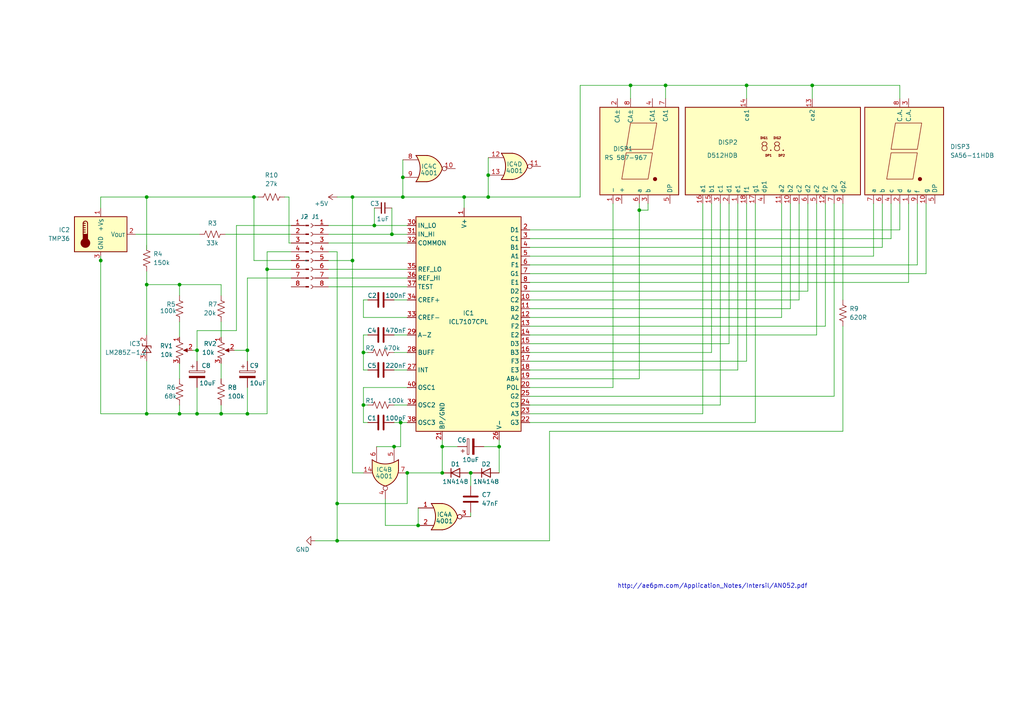
<source format=kicad_sch>
(kicad_sch (version 20230121) (generator eeschema)
  (paper "A4")
  (lib_symbols
    (symbol "4001_1" (pin_names (offset 1.016))
      (property "Reference" "IC2" (at 0 0.635 0))
      (property "Value" "4001" (at 0 -1.27 0))
      (symbol "4001_1_1_1"
        (pin input line (at -7.62 2.54 0) (length 4.318) (name "~") (number "1"))
        (pin input line (at -7.62 -2.54 0) (length 4.318) (name "~") (number "2"))
        (pin output inverted (at 7.62 0 180) (length 3.81) (name "~") (number "3"))
      )
      (symbol "4001_1_1_2"
        (pin input inverted (at -7.62 2.54 0) (length 3.81) (name "~") (number "1"))
        (pin input inverted (at -7.62 -2.54 0) (length 3.81) (name "~") (number "2"))
        (pin output line (at 7.62 0 180) (length 3.81) (name "~") (number "3"))
      )
      (symbol "4001_1_2_1"
        (pin power_in line (at 0 -6.35 90) (length 2.54) (name "") (number "14"))
        (pin output inverted (at 7.62 0 180) (length 3.81) (name "~") (number "4"))
        (pin input line (at -7.62 2.54 0) (length 4.318) (name "~") (number "5"))
        (pin input line (at -7.62 -2.54 0) (length 4.318) (name "~") (number "6"))
        (pin power_in line (at 0 6.35 270) (length 2.54) (name "") (number "7"))
      )
      (symbol "4001_1_2_2"
        (pin output line (at 7.62 0 180) (length 3.81) (name "~") (number "4"))
        (pin input inverted (at -7.62 2.54 0) (length 3.81) (name "~") (number "5"))
        (pin input inverted (at -7.62 -2.54 0) (length 3.81) (name "~") (number "6"))
      )
      (symbol "4001_1_3_1"
        (pin output inverted (at 7.62 0 180) (length 3.81) (name "~") (number "10"))
        (pin input line (at -7.62 2.54 0) (length 4.318) (name "~") (number "8"))
        (pin input line (at -7.62 -2.54 0) (length 4.318) (name "~") (number "9"))
      )
      (symbol "4001_1_3_2"
        (pin output line (at 7.62 0 180) (length 3.81) (name "~") (number "10"))
        (pin input inverted (at -7.62 2.54 0) (length 3.81) (name "~") (number "8"))
        (pin input inverted (at -7.62 -2.54 0) (length 3.81) (name "~") (number "9"))
      )
      (symbol "4001_1_4_1"
        (pin output inverted (at 7.62 0 180) (length 3.81) (name "~") (number "11"))
        (pin input line (at -7.62 2.54 0) (length 4.318) (name "~") (number "12"))
        (pin input line (at -7.62 -2.54 0) (length 4.318) (name "~") (number "13"))
      )
      (symbol "4001_1_4_2"
        (pin output line (at 7.62 0 180) (length 3.81) (name "~") (number "11"))
        (pin input inverted (at -7.62 2.54 0) (length 3.81) (name "~") (number "12"))
        (pin input inverted (at -7.62 -2.54 0) (length 3.81) (name "~") (number "13"))
      )
      (symbol "4001_1_5_0"
        (pin power_in line (at 0 12.7 270) (length 5.08) (name "VDD") (number "14"))
        (pin power_in line (at 0 -12.7 90) (length 5.08) (name "VSS") (number "7"))
      )
    )
    (symbol "4001_2" (pin_names (offset 1.016))
      (property "Reference" "U" (at 0 1.27 0))
      (property "Value" "4001" (at 0 -1.27 0))
      (symbol "4001_2_1_1"
        (pin input line (at -7.62 2.54 0) (length 4.318) (name "~") (number "1"))
        (pin input line (at -7.62 -2.54 0) (length 4.318) (name "~") (number "2"))
        (pin output inverted (at 7.62 0 180) (length 3.81) (name "~") (number "3"))
      )
      (symbol "4001_2_1_2"
        (pin input inverted (at -7.62 2.54 0) (length 3.81) (name "~") (number "1"))
        (pin input inverted (at -7.62 -2.54 0) (length 3.81) (name "~") (number "2"))
        (pin output line (at 7.62 0 180) (length 3.81) (name "~") (number "3"))
      )
      (symbol "4001_2_2_1"
        (pin output inverted (at 7.62 0 180) (length 3.81) (name "~") (number "4"))
        (pin input line (at -7.62 2.54 0) (length 4.318) (name "~") (number "5"))
        (pin input line (at -7.62 -2.54 0) (length 4.318) (name "~") (number "6"))
      )
      (symbol "4001_2_2_2"
        (pin output line (at 7.62 0 180) (length 3.81) (name "~") (number "4"))
        (pin input inverted (at -7.62 2.54 0) (length 3.81) (name "~") (number "5"))
        (pin input inverted (at -7.62 -2.54 0) (length 3.81) (name "~") (number "6"))
      )
      (symbol "4001_2_3_1"
        (pin output inverted (at 7.62 0 180) (length 3.81) (name "~") (number "10"))
        (pin input line (at -7.62 2.54 0) (length 4.318) (name "~") (number "8"))
        (pin input line (at -7.62 -2.54 0) (length 4.318) (name "~") (number "9"))
      )
      (symbol "4001_2_3_2"
        (pin output line (at 7.62 0 180) (length 3.81) (name "~") (number "10"))
        (pin input inverted (at -7.62 2.54 0) (length 3.81) (name "~") (number "8"))
        (pin input inverted (at -7.62 -2.54 0) (length 3.81) (name "~") (number "9"))
      )
      (symbol "4001_2_4_1"
        (pin output inverted (at 7.62 0 180) (length 3.81) (name "~") (number "11"))
        (pin input line (at -7.62 2.54 0) (length 4.318) (name "~") (number "12"))
        (pin input line (at -7.62 -2.54 0) (length 4.318) (name "~") (number "13"))
      )
      (symbol "4001_2_4_2"
        (pin output line (at 7.62 0 180) (length 3.81) (name "~") (number "11"))
        (pin input inverted (at -7.62 2.54 0) (length 3.81) (name "~") (number "12"))
        (pin input inverted (at -7.62 -2.54 0) (length 3.81) (name "~") (number "13"))
      )
      (symbol "4001_2_5_0"
        (pin power_in line (at 0 12.7 270) (length 5.08) (name "VDD") (number "14"))
        (pin power_in line (at 0 -12.7 90) (length 5.08) (name "VSS") (number "7"))
      )
    )
    (symbol "4xxx:4001" (pin_names (offset 1.016))
      (property "Reference" "IC2" (at 0 0.635 0))
      (property "Value" "4001" (at 0 -1.27 0))
      (symbol "4001_1_1"
        (pin input line (at -7.62 2.54 0) (length 4.318) (name "~") (number "1"))
        (pin input line (at -7.62 -2.54 0) (length 4.318) (name "~") (number "2"))
        (pin output inverted (at 7.62 0 180) (length 3.81) (name "~") (number "3"))
      )
      (symbol "4001_1_2"
        (pin input inverted (at -7.62 2.54 0) (length 3.81) (name "~") (number "1"))
        (pin input inverted (at -7.62 -2.54 0) (length 3.81) (name "~") (number "2"))
        (pin output line (at 7.62 0 180) (length 3.81) (name "~") (number "3"))
      )
      (symbol "4001_2_1"
        (pin power_in line (at 0 -6.35 90) (length 2.54) (name "") (number "14"))
        (pin output inverted (at 7.62 0 180) (length 3.81) (name "~") (number "4"))
        (pin input line (at -7.62 2.54 0) (length 4.318) (name "~") (number "5"))
        (pin input line (at -7.62 -2.54 0) (length 4.318) (name "~") (number "6"))
        (pin power_in line (at 0 6.35 270) (length 2.54) (name "") (number "7"))
      )
      (symbol "4001_2_2"
        (pin output line (at 7.62 0 180) (length 3.81) (name "~") (number "4"))
        (pin input inverted (at -7.62 2.54 0) (length 3.81) (name "~") (number "5"))
        (pin input inverted (at -7.62 -2.54 0) (length 3.81) (name "~") (number "6"))
      )
      (symbol "4001_3_1"
        (pin output inverted (at 7.62 0 180) (length 3.81) (name "~") (number "10"))
        (pin input line (at -7.62 2.54 0) (length 4.318) (name "~") (number "8"))
        (pin input line (at -7.62 -2.54 0) (length 4.318) (name "~") (number "9"))
      )
      (symbol "4001_3_2"
        (pin output line (at 7.62 0 180) (length 3.81) (name "~") (number "10"))
        (pin input inverted (at -7.62 2.54 0) (length 3.81) (name "~") (number "8"))
        (pin input inverted (at -7.62 -2.54 0) (length 3.81) (name "~") (number "9"))
      )
      (symbol "4001_4_1"
        (pin output inverted (at 7.62 0 180) (length 3.81) (name "~") (number "11"))
        (pin input line (at -7.62 2.54 0) (length 4.318) (name "~") (number "12"))
        (pin input line (at -7.62 -2.54 0) (length 4.318) (name "~") (number "13"))
      )
      (symbol "4001_4_2"
        (pin output line (at 7.62 0 180) (length 3.81) (name "~") (number "11"))
        (pin input inverted (at -7.62 2.54 0) (length 3.81) (name "~") (number "12"))
        (pin input inverted (at -7.62 -2.54 0) (length 3.81) (name "~") (number "13"))
      )
      (symbol "4001_5_0"
        (pin power_in line (at 0 12.7 270) (length 5.08) (name "VDD") (number "14"))
        (pin power_in line (at 0 -12.7 90) (length 5.08) (name "VSS") (number "7"))
      )
    )
    (symbol "Analog_ADC:ICL7107CPL"
      (property "Reference" "IC1" (at -2.54 3.81 0))
      (property "Value" "ICL7107CPL" (at -2.54 1.27 0))
      (symbol "ICL7107CPL_1_1"
        (pin power_in line (at -1.27 34.29 270) (length 2.54) (name "V+") (number "1"))
        (pin output line (at -20.32 7.62 0) (length 2.54) (name "C2") (number "10"))
        (pin output line (at -20.32 5.08 0) (length 2.54) (name "B2") (number "11"))
        (pin output line (at -20.32 2.54 0) (length 2.54) (name "A2") (number "12"))
        (pin output line (at -20.32 0 0) (length 2.54) (name "F2") (number "13"))
        (pin output line (at -20.32 -2.54 0) (length 2.54) (name "E2") (number "14"))
        (pin output line (at -20.32 -5.08 0) (length 2.54) (name "D3") (number "15"))
        (pin output line (at -20.32 -7.62 0) (length 2.54) (name "B3") (number "16"))
        (pin output line (at -20.32 -10.16 0) (length 2.54) (name "F3") (number "17"))
        (pin output line (at -20.32 -12.7 0) (length 2.54) (name "E3") (number "18"))
        (pin output line (at -20.32 -15.24 0) (length 2.54) (name "AB4") (number "19"))
        (pin output line (at -20.32 27.94 0) (length 2.54) (name "D1") (number "2"))
        (pin output line (at -20.32 -17.78 0) (length 2.54) (name "POL") (number "20"))
        (pin bidirectional line (at 5.08 -33.02 90) (length 2.54) (name "BP/GND") (number "21"))
        (pin output line (at -20.32 -27.94 0) (length 2.54) (name "G3") (number "22"))
        (pin output line (at -20.32 -25.4 0) (length 2.54) (name "A3") (number "23"))
        (pin output line (at -20.32 -22.86 0) (length 2.54) (name "C3") (number "24"))
        (pin output line (at -20.32 -20.32 0) (length 2.54) (name "G2") (number "25"))
        (pin power_in line (at -11.43 -33.02 90) (length 2.54) (name "V-") (number "26"))
        (pin passive line (at 15.24 -12.7 180) (length 2.54) (name "INT") (number "27"))
        (pin output line (at 15.24 -7.62 180) (length 2.54) (name "BUFF") (number "28"))
        (pin passive line (at 15.24 -2.54 180) (length 2.54) (name "A-Z") (number "29"))
        (pin output line (at -20.32 25.4 0) (length 2.54) (name "C1") (number "3"))
        (pin input line (at 15.24 29.21 180) (length 2.54) (name "IN_LO") (number "30"))
        (pin input line (at 15.24 26.67 180) (length 2.54) (name "IN_HI") (number "31"))
        (pin output line (at 15.24 24.13 180) (length 2.54) (name "COMMON") (number "32"))
        (pin passive line (at 15.24 2.54 180) (length 2.54) (name "CREF-") (number "33"))
        (pin passive line (at 15.24 7.62 180) (length 2.54) (name "CREF+") (number "34"))
        (pin passive line (at 15.24 16.51 180) (length 2.54) (name "REF_LO") (number "35"))
        (pin passive line (at 15.24 13.97 180) (length 2.54) (name "REF_HI") (number "36"))
        (pin passive line (at 15.24 11.43 180) (length 2.54) (name "TEST") (number "37"))
        (pin passive line (at 15.24 -27.94 180) (length 2.54) (name "OSC3") (number "38"))
        (pin passive line (at 15.24 -22.86 180) (length 2.54) (name "OSC2") (number "39"))
        (pin output line (at -20.32 22.86 0) (length 2.54) (name "B1") (number "4"))
        (pin passive line (at 15.24 -17.78 180) (length 2.54) (name "OSC1") (number "40"))
        (pin output line (at -20.32 20.32 0) (length 2.54) (name "A1") (number "5"))
        (pin output line (at -20.32 17.78 0) (length 2.54) (name "F1") (number "6"))
        (pin output line (at -20.32 15.24 0) (length 2.54) (name "G1") (number "7"))
        (pin output line (at -20.32 12.7 0) (length 2.54) (name "E1") (number "8"))
        (pin output line (at -20.32 10.16 0) (length 2.54) (name "D2") (number "9"))
      )
    )
    (symbol "Connector:Conn_01x08_Pin" (pin_names (offset 1.016) hide)
      (property "Reference" "J" (at 0 10.16 0))
      (property "Value" "Conn_01x08_Pin" (at 0 -12.7 0))
      (symbol "Conn_01x08_Pin_1_1"
        (pin passive line (at 5.08 7.62 180) (length 3.81) (name "Pin_1") (number "1"))
        (pin passive line (at 5.08 5.08 180) (length 3.81) (name "Pin_2") (number "2"))
        (pin passive line (at 5.08 2.54 180) (length 3.81) (name "Pin_3") (number "3"))
        (pin passive line (at 5.08 0 180) (length 3.81) (name "Pin_4") (number "4"))
        (pin passive line (at 5.08 -2.54 180) (length 3.81) (name "Pin_5") (number "5"))
        (pin passive line (at 5.08 -5.08 180) (length 3.81) (name "Pin_6") (number "6"))
        (pin passive line (at 5.08 -7.62 180) (length 3.81) (name "Pin_7") (number "7"))
        (pin passive line (at 5.08 -10.16 180) (length 3.81) (name "Pin_8") (number "8"))
      )
    )
    (symbol "Connector:Conn_01x08_Socket" (pin_names (offset 1.016) hide)
      (property "Reference" "J" (at 0 10.16 0))
      (property "Value" "Conn_01x08_Socket" (at 0 -12.7 0))
      (symbol "Conn_01x08_Socket_1_1"
        (pin passive line (at -5.08 7.62 0) (length 3.81) (name "Pin_1") (number "1"))
        (pin passive line (at -5.08 5.08 0) (length 3.81) (name "Pin_2") (number "2"))
        (pin passive line (at -5.08 2.54 0) (length 3.81) (name "Pin_3") (number "3"))
        (pin passive line (at -5.08 0 0) (length 3.81) (name "Pin_4") (number "4"))
        (pin passive line (at -5.08 -2.54 0) (length 3.81) (name "Pin_5") (number "5"))
        (pin passive line (at -5.08 -5.08 0) (length 3.81) (name "Pin_6") (number "6"))
        (pin passive line (at -5.08 -7.62 0) (length 3.81) (name "Pin_7") (number "7"))
        (pin passive line (at -5.08 -10.16 0) (length 3.81) (name "Pin_8") (number "8"))
      )
    )
    (symbol "Device:C" (pin_numbers hide) (pin_names (offset 0.254))
      (property "Reference" "C" (at 0.635 2.54 0))
      (property "Value" "C" (at 0.635 -2.54 0))
      (symbol "C_1_1"
        (pin passive line (at 0 3.81 270) (length 2.794) (name "~") (number "1"))
        (pin passive line (at 0 -3.81 90) (length 2.794) (name "~") (number "2"))
      )
    )
    (symbol "Device:C_Polarized" (pin_numbers hide) (pin_names (offset 0.254))
      (property "Reference" "C" (at 0.635 2.54 0))
      (property "Value" "C_Polarized" (at 0.635 -2.54 0))
      (symbol "C_Polarized_1_1"
        (pin passive line (at 0 3.81 270) (length 2.794) (name "~") (number "1"))
        (pin passive line (at 0 -3.81 90) (length 2.794) (name "~") (number "2"))
      )
    )
    (symbol "Device:C_Small" (pin_numbers hide) (pin_names (offset 0.254) hide)
      (property "Reference" "C" (at 0.254 1.778 0))
      (property "Value" "C_Small" (at 0.254 -2.032 0))
      (symbol "C_Small_1_1"
        (pin passive line (at 0 2.54 270) (length 2.032) (name "~") (number "1"))
        (pin passive line (at 0 -2.54 90) (length 2.032) (name "~") (number "2"))
      )
    )
    (symbol "Device:D" (pin_numbers hide) (pin_names (offset 1.016) hide)
      (property "Reference" "D" (at 0 2.54 0))
      (property "Value" "D" (at 0 -2.54 0))
      (symbol "D_1_1"
        (pin passive line (at -3.81 0 0) (length 2.54) (name "K") (number "1"))
        (pin passive line (at 3.81 0 180) (length 2.54) (name "A") (number "2"))
      )
    )
    (symbol "Device:R_Potentiometer_US" (pin_names (offset 1.016) hide)
      (property "Reference" "RV" (at -4.445 0 90))
      (property "Value" "R_Potentiometer_US" (at -2.54 0 90))
      (symbol "R_Potentiometer_US_1_1"
        (pin passive line (at 0 3.81 270) (length 1.27) (name "1") (number "1"))
        (pin passive line (at 3.81 0 180) (length 1.27) (name "2") (number "2"))
        (pin passive line (at 0 -3.81 90) (length 1.27) (name "3") (number "3"))
      )
    )
    (symbol "Device:R_US" (pin_numbers hide) (pin_names (offset 0))
      (property "Reference" "R" (at 2.54 0 90))
      (property "Value" "R_US" (at -2.54 0 90))
      (symbol "R_US_1_1"
        (pin passive line (at 0 3.81 270) (length 1.27) (name "~") (number "1"))
        (pin passive line (at 0 -3.81 90) (length 1.27) (name "~") (number "2"))
      )
    )
    (symbol "Display_Character:DA56-11EWA"
      (property "Reference" "U1" (at 1.27 -13.97 90))
      (property "Value" "DA56-11EWA" (at -2.54 -13.97 90))
      (symbol "DA56-11EWA_0_0"
        (text "8.8." (at 0 1.27 0) (effects (font (size 2.54 2.54))))
        (text "DIG1" (at -2.54 3.81 0) (effects (font (size 0.635 0.635))))
        (text "DIG2" (at 1.27 3.81 0) (effects (font (size 0.635 0.635))))
        (text "DP1" (at -1.27 -1.27 0) (effects (font (size 0.635 0.635))))
        (text "DP2" (at 2.54 -1.27 0) (effects (font (size 0.635 0.635))))
      )
      (symbol "DA56-11EWA_1_1"
        (pin input line (at -10.16 -15.24 90) (length 2.54) (name "e1") (number "1"))
        (pin input line (at 5.08 -15.24 90) (length 2.54) (name "b2") (number "10"))
        (pin input line (at 2.54 -15.24 90) (length 2.54) (name "a2") (number "11"))
        (pin input line (at 15.24 -15.24 90) (length 2.54) (name "f2") (number "12"))
        (pin input line (at 11.43 15.24 270) (length 2.54) (name "ca2") (number "13"))
        (pin input line (at -7.62 15.24 270) (length 2.54) (name "ca1") (number "14"))
        (pin input line (at -17.78 -15.24 90) (length 2.54) (name "b1") (number "15"))
        (pin input line (at -20.32 -15.24 90) (length 2.54) (name "a1") (number "16"))
        (pin input line (at -5.08 -15.24 90) (length 2.54) (name "g1") (number "17"))
        (pin input line (at -7.62 -15.24 90) (length 2.54) (name "f1") (number "18"))
        (pin input line (at -12.7 -15.24 90) (length 2.54) (name "d1") (number "2"))
        (pin input line (at -15.24 -15.24 90) (length 2.54) (name "c1") (number "3"))
        (pin input line (at -2.54 -15.24 90) (length 2.54) (name "dp1") (number "4"))
        (pin input line (at 12.7 -15.24 90) (length 2.54) (name "e2") (number "5"))
        (pin input line (at 10.16 -15.24 90) (length 2.54) (name "d2") (number "6"))
        (pin input line (at 17.78 -15.24 90) (length 2.54) (name "g2") (number "7"))
        (pin input line (at 7.62 -15.24 90) (length 2.54) (name "c2") (number "8"))
        (pin input line (at 20.32 -15.24 90) (length 2.54) (name "dp2") (number "9"))
      )
    )
    (symbol "Display_Character:LTS-6960HR"
      (property "Reference" "AFF1" (at 0 17.78 0))
      (property "Value" "LTS-6960HR" (at 0 15.24 0))
      (symbol "LTS-6960HR_1_1"
        (pin passive line (at 1.27 -15.24 90) (length 2.54) (name "e") (number "1"))
        (pin passive line (at 6.35 -15.24 90) (length 2.54) (name "g") (number "10"))
        (pin passive line (at -1.27 -15.24 90) (length 2.54) (name "d") (number "2"))
        (pin passive line (at 1.27 15.24 270) (length 2.54) (name "C.A.") (number "3"))
        (pin passive line (at -3.81 -15.24 90) (length 2.54) (name "c") (number "4"))
        (pin passive line (at 8.89 -15.24 90) (length 2.54) (name "DP") (number "5"))
        (pin passive line (at -6.35 -15.24 90) (length 2.54) (name "b") (number "6"))
        (pin passive line (at -8.89 -15.24 90) (length 2.54) (name "a") (number "7"))
        (pin passive line (at -1.27 15.24 270) (length 2.54) (name "C.A.") (number "8"))
        (pin passive line (at 3.81 -15.24 90) (length 2.54) (name "f") (number "9"))
      )
    )
    (symbol "LTS-6960HR_1"
      (property "Reference" "DISP1" (at -21.59 4.445 0))
      (property "Value" "RS 587-967" (at -24.13 1.905 0))
      (symbol "LTS-6960HR_1_1_1"
        (pin passive line (at -7.62 -15.24 90) (length 2.54) (name "-") (number "1"))
        (pin passive line (at -6.35 15.24 270) (length 2.54) (name "CA±") (number "2"))
        (pin passive line (at 2.54 -15.24 90) (length 2.54) (name "b") (number "3"))
        (pin passive line (at 3.81 15.24 270) (length 2.54) (name "CA1") (number "4"))
        (pin passive line (at 8.89 -15.24 90) (length 2.54) (name "DP") (number "5"))
        (pin passive line (at 0 -15.24 90) (length 2.54) (name "a") (number "6"))
        (pin passive line (at 7.62 15.24 270) (length 2.54) (name "CA1") (number "7"))
        (pin passive line (at -2.54 15.24 270) (length 2.54) (name "CA±") (number "8"))
        (pin passive line (at -5.08 -15.24 90) (length 2.54) (name "+") (number "9"))
      )
    )
    (symbol "Reference_Voltage:LM285Z-1.2" (pin_names (offset 0.0254) hide)
      (property "Reference" "U" (at 0 2.54 0))
      (property "Value" "LM285Z-1.2" (at 0 -3.175 0))
      (symbol "LM285Z-1.2_1_1"
        (pin passive line (at 3.81 0 180) (length 2.54) (name "K") (number "2"))
        (pin passive line (at -3.81 0 0) (length 2.54) (name "A") (number "3"))
      )
    )
    (symbol "Sensor_Temperature:LM35-LP"
      (property "Reference" "U" (at -6.35 6.35 0))
      (property "Value" "LM35-LP" (at 1.27 6.35 0))
      (symbol "LM35-LP_1_1"
        (pin power_in line (at 0 7.62 270) (length 2.54) (name "+V_{S}") (number "1"))
        (pin output line (at 10.16 0 180) (length 2.54) (name "V_{OUT}") (number "2"))
        (pin power_in line (at 0 -7.62 90) (length 2.54) (name "GND") (number "3"))
      )
    )
    (symbol "power:+5V" (power) (pin_names (offset 0))
      (property "Value" "+5V" (at 0 3.556 0))
      (symbol "+5V_1_1"
        (pin power_in line (at 0 0 90) (length 0) hide (name "+5V") (number "1"))
      )
    )
    (symbol "power:GND" (power) (pin_names (offset 0))
      (property "Value" "GND" (at 0 -3.81 0))
      (symbol "GND_1_1"
        (pin power_in line (at 0 0 270) (length 0) hide (name "GND") (number "1"))
      )
    )
  )
  (junction (at 114.3 129.54))
  (junction (at 105.41 117.475))
  (junction (at 118.11 137.16))
  (junction (at 97.79 146.05))
  (junction (at 136.525 137.16))
  (junction (at 193.04 24.765))
  (junction (at 134.62 57.15))
  (junction (at 185.42 60.96))
  (junction (at 52.07 120.015))
  (junction (at 235.585 24.765))
  (junction (at 42.545 120.015))
  (junction (at 102.235 75.565))
  (junction (at 71.755 120.015))
  (junction (at 29.21 75.565))
  (junction (at 128.27 137.16))
  (junction (at 71.755 101.6))
  (junction (at 73.66 57.15))
  (junction (at 113.665 67.945))
  (junction (at 116.84 57.15))
  (junction (at 116.84 51.435))
  (junction (at 102.235 57.15))
  (junction (at 52.07 82.55))
  (junction (at 121.285 152.4))
  (junction (at 42.545 57.15))
  (junction (at 141.605 50.8))
  (junction (at 77.47 78.105))
  (junction (at 57.15 101.6))
  (junction (at 116.205 122.555))
  (junction (at 105.41 102.235))
  (junction (at 216.535 24.765))
  (junction (at 64.135 120.015))
  (junction (at 97.79 156.845))
  (junction (at 42.545 82.55))
  (junction (at 57.15 120.015))
  (junction (at 144.78 129.54))
  (junction (at 141.605 57.15))
  (junction (at 128.27 129.54))
  (junction (at 182.88 24.765))
  (junction (at 108.585 65.405))
  (wire (pts (xy 84.455 75.565) (xy 73.66 75.565)))
  (wire (pts (xy 185.42 60.96) (xy 185.42 59.055)))
  (wire (pts (xy 111.76 152.4) (xy 121.285 152.4)))
  (wire (pts (xy 153.67 122.555) (xy 219.075 122.555)))
  (wire (pts (xy 105.41 122.555) (xy 106.68 122.555)))
  (wire (pts (xy 42.545 104.775) (xy 42.545 120.015)))
  (wire (pts (xy 42.545 57.15) (xy 73.66 57.15)))
  (wire (pts (xy 153.67 84.455) (xy 234.315 84.455)))
  (wire (pts (xy 219.075 122.555) (xy 219.075 59.055)))
  (wire (pts (xy 216.535 24.765) (xy 235.585 24.765)))
  (wire (pts (xy 187.96 59.055) (xy 187.96 60.96)))
  (wire (pts (xy 67.945 101.6) (xy 71.755 101.6)))
  (wire (pts (xy 193.04 28.575) (xy 193.04 24.765)))
  (wire (pts (xy 52.07 120.015) (xy 57.15 120.015)))
  (wire (pts (xy 84.455 70.485) (xy 83.82 70.485)))
  (wire (pts (xy 105.41 122.555) (xy 105.41 117.475)))
  (wire (pts (xy 114.3 102.235) (xy 118.11 102.235)))
  (wire (pts (xy 102.235 57.15) (xy 116.84 57.15)))
  (wire (pts (xy 105.41 117.475) (xy 105.41 112.395)))
  (wire (pts (xy 211.455 99.695) (xy 211.455 59.055)))
  (wire (pts (xy 153.67 107.315) (xy 213.995 107.315)))
  (wire (pts (xy 64.135 105.41) (xy 64.135 109.855)))
  (wire (pts (xy 268.605 79.375) (xy 268.605 59.055)))
  (wire (pts (xy 97.79 73.025) (xy 97.79 146.05)))
  (wire (pts (xy 65.405 67.945) (xy 84.455 67.945)))
  (wire (pts (xy 97.79 156.845) (xy 97.79 146.05)))
  (wire (pts (xy 113.665 60.325) (xy 113.665 67.945)))
  (wire (pts (xy 71.755 112.395) (xy 71.755 120.015)))
  (wire (pts (xy 77.47 73.025) (xy 77.47 78.105)))
  (wire (pts (xy 102.235 75.565) (xy 102.235 57.15)))
  (wire (pts (xy 153.67 86.995) (xy 231.775 86.995)))
  (wire (pts (xy 121.285 152.4) (xy 121.285 147.32)))
  (wire (pts (xy 68.58 65.405) (xy 84.455 65.405)))
  (wire (pts (xy 105.41 97.155) (xy 106.68 97.155)))
  (wire (pts (xy 29.21 74.295) (xy 29.21 75.565)))
  (wire (pts (xy 216.535 104.775) (xy 216.535 59.055)))
  (wire (pts (xy 95.25 80.645) (xy 118.11 80.645)))
  (wire (pts (xy 203.835 120.015) (xy 203.835 59.055)))
  (wire (pts (xy 105.41 107.315) (xy 105.41 102.235)))
  (wire (pts (xy 95.25 67.945) (xy 113.665 67.945)))
  (wire (pts (xy 193.04 24.765) (xy 216.535 24.765)))
  (wire (pts (xy 57.15 112.395) (xy 57.15 120.015)))
  (wire (pts (xy 105.41 117.475) (xy 106.68 117.475)))
  (wire (pts (xy 116.84 51.435) (xy 116.84 57.15)))
  (wire (pts (xy 159.385 125.095) (xy 159.385 156.845)))
  (wire (pts (xy 73.66 75.565) (xy 73.66 57.15)))
  (wire (pts (xy 153.67 66.675) (xy 260.985 66.675)))
  (wire (pts (xy 113.665 67.945) (xy 118.11 67.945)))
  (wire (pts (xy 128.27 137.16) (xy 128.27 129.54)))
  (wire (pts (xy 105.41 137.16) (xy 102.235 137.16)))
  (wire (pts (xy 235.585 24.765) (xy 235.585 28.575)))
  (wire (pts (xy 109.22 129.54) (xy 114.3 129.54)))
  (wire (pts (xy 187.96 60.96) (xy 185.42 60.96)))
  (wire (pts (xy 83.82 57.15) (xy 82.55 57.15)))
  (wire (pts (xy 153.67 79.375) (xy 268.605 79.375)))
  (wire (pts (xy 29.21 57.15) (xy 29.21 60.325)))
  (wire (pts (xy 105.41 102.235) (xy 106.68 102.235)))
  (wire (pts (xy 229.235 89.535) (xy 229.235 59.055)))
  (wire (pts (xy 244.475 94.615) (xy 244.475 125.095)))
  (wire (pts (xy 140.335 129.54) (xy 144.78 129.54)))
  (wire (pts (xy 239.395 94.615) (xy 239.395 59.055)))
  (wire (pts (xy 71.755 120.015) (xy 77.47 120.015)))
  (wire (pts (xy 168.275 57.15) (xy 168.275 24.765)))
  (wire (pts (xy 260.985 24.765) (xy 260.985 28.575)))
  (wire (pts (xy 95.25 75.565) (xy 102.235 75.565)))
  (wire (pts (xy 114.3 107.315) (xy 118.11 107.315)))
  (wire (pts (xy 29.21 75.565) (xy 29.21 120.015)))
  (wire (pts (xy 206.375 102.235) (xy 206.375 59.055)))
  (wire (pts (xy 153.67 94.615) (xy 239.395 94.615)))
  (wire (pts (xy 235.585 24.765) (xy 260.985 24.765)))
  (wire (pts (xy 77.47 73.025) (xy 84.455 73.025)))
  (wire (pts (xy 153.67 112.395) (xy 177.8 112.395)))
  (wire (pts (xy 253.365 74.295) (xy 253.365 59.055)))
  (wire (pts (xy 29.21 57.15) (xy 42.545 57.15)))
  (wire (pts (xy 118.11 92.075) (xy 105.41 92.075)))
  (wire (pts (xy 108.585 65.405) (xy 118.11 65.405)))
  (wire (pts (xy 95.25 65.405) (xy 108.585 65.405)))
  (wire (pts (xy 260.985 66.675) (xy 260.985 59.055)))
  (wire (pts (xy 106.68 107.315) (xy 105.41 107.315)))
  (wire (pts (xy 159.385 156.845) (xy 97.79 156.845)))
  (wire (pts (xy 52.07 105.41) (xy 52.07 109.855)))
  (wire (pts (xy 105.41 112.395) (xy 118.11 112.395)))
  (wire (pts (xy 168.275 24.765) (xy 182.88 24.765)))
  (wire (pts (xy 234.315 84.455) (xy 234.315 59.055)))
  (wire (pts (xy 136.525 137.16) (xy 137.16 137.16)))
  (wire (pts (xy 153.67 74.295) (xy 253.365 74.295)))
  (wire (pts (xy 144.78 127.635) (xy 144.78 129.54)))
  (wire (pts (xy 144.78 129.54) (xy 144.78 137.16)))
  (wire (pts (xy 118.11 146.05) (xy 118.11 137.16)))
  (wire (pts (xy 258.445 69.215) (xy 258.445 59.055)))
  (wire (pts (xy 141.605 57.15) (xy 168.275 57.15)))
  (wire (pts (xy 105.41 86.995) (xy 106.68 86.995)))
  (wire (pts (xy 255.905 71.755) (xy 255.905 59.055)))
  (wire (pts (xy 105.41 102.235) (xy 105.41 97.155)))
  (wire (pts (xy 71.755 101.6) (xy 71.755 104.775)))
  (wire (pts (xy 116.84 57.15) (xy 134.62 57.15)))
  (wire (pts (xy 182.88 24.765) (xy 193.04 24.765)))
  (wire (pts (xy 141.605 50.8) (xy 141.605 57.15)))
  (wire (pts (xy 95.25 83.185) (xy 118.11 83.185)))
  (wire (pts (xy 64.135 120.015) (xy 71.755 120.015)))
  (wire (pts (xy 134.62 57.15) (xy 134.62 60.325)))
  (wire (pts (xy 135.89 137.16) (xy 136.525 137.16)))
  (wire (pts (xy 114.3 122.555) (xy 116.205 122.555)))
  (wire (pts (xy 153.67 120.015) (xy 203.835 120.015)))
  (wire (pts (xy 153.67 104.775) (xy 216.535 104.775)))
  (wire (pts (xy 114.3 117.475) (xy 118.11 117.475)))
  (wire (pts (xy 42.545 120.015) (xy 52.07 120.015)))
  (wire (pts (xy 71.755 80.645) (xy 71.755 101.6)))
  (wire (pts (xy 64.135 93.345) (xy 64.135 97.79)))
  (wire (pts (xy 263.525 81.915) (xy 263.525 59.055)))
  (wire (pts (xy 95.25 78.105) (xy 118.11 78.105)))
  (wire (pts (xy 153.67 69.215) (xy 258.445 69.215)))
  (wire (pts (xy 52.07 82.55) (xy 64.135 82.55)))
  (wire (pts (xy 153.67 76.835) (xy 266.065 76.835)))
  (wire (pts (xy 177.8 112.395) (xy 177.8 59.055)))
  (wire (pts (xy 153.67 92.075) (xy 226.695 92.075)))
  (wire (pts (xy 244.475 59.055) (xy 244.475 86.995)))
  (wire (pts (xy 153.67 117.475) (xy 208.915 117.475)))
  (wire (pts (xy 114.3 86.995) (xy 118.11 86.995)))
  (wire (pts (xy 241.935 114.935) (xy 241.935 59.055)))
  (wire (pts (xy 136.525 137.16) (xy 136.525 140.97)))
  (wire (pts (xy 153.67 97.155) (xy 236.855 97.155)))
  (wire (pts (xy 77.47 78.105) (xy 84.455 78.105)))
  (wire (pts (xy 83.82 70.485) (xy 83.82 57.15)))
  (wire (pts (xy 153.67 99.695) (xy 211.455 99.695)))
  (wire (pts (xy 213.995 107.315) (xy 213.995 59.055)))
  (wire (pts (xy 216.535 24.765) (xy 216.535 28.575)))
  (wire (pts (xy 153.67 102.235) (xy 206.375 102.235)))
  (wire (pts (xy 153.67 71.755) (xy 255.905 71.755)))
  (wire (pts (xy 57.15 120.015) (xy 64.135 120.015)))
  (wire (pts (xy 52.07 117.475) (xy 52.07 120.015)))
  (wire (pts (xy 153.67 89.535) (xy 229.235 89.535)))
  (wire (pts (xy 42.545 78.74) (xy 42.545 82.55)))
  (wire (pts (xy 91.44 156.845) (xy 97.79 156.845)))
  (wire (pts (xy 114.3 129.54) (xy 116.205 129.54)))
  (wire (pts (xy 226.695 59.055) (xy 226.695 92.075)))
  (wire (pts (xy 266.065 76.835) (xy 266.065 59.055)))
  (wire (pts (xy 64.135 117.475) (xy 64.135 120.015)))
  (wire (pts (xy 182.88 24.765) (xy 182.88 28.575)))
  (wire (pts (xy 55.88 101.6) (xy 57.15 101.6)))
  (wire (pts (xy 74.93 57.15) (xy 73.66 57.15)))
  (wire (pts (xy 97.79 146.05) (xy 118.11 146.05)))
  (wire (pts (xy 128.27 127.635) (xy 128.27 129.54)))
  (wire (pts (xy 153.67 109.855) (xy 185.42 109.855)))
  (wire (pts (xy 136.525 149.86) (xy 136.525 148.59)))
  (wire (pts (xy 52.07 82.55) (xy 52.07 85.725)))
  (wire (pts (xy 111.76 144.78) (xy 111.76 152.4)))
  (wire (pts (xy 42.545 57.15) (xy 42.545 72.39)))
  (wire (pts (xy 77.47 78.105) (xy 77.47 120.015)))
  (wire (pts (xy 153.67 81.915) (xy 263.525 81.915)))
  (wire (pts (xy 95.25 70.485) (xy 118.11 70.485)))
  (wire (pts (xy 39.37 67.945) (xy 57.785 67.945)))
  (wire (pts (xy 116.205 129.54) (xy 116.205 122.555)))
  (wire (pts (xy 185.42 109.855) (xy 185.42 60.96)))
  (wire (pts (xy 114.3 97.155) (xy 118.11 97.155)))
  (wire (pts (xy 208.915 117.475) (xy 208.915 59.055)))
  (wire (pts (xy 68.58 65.405) (xy 68.58 95.885)))
  (wire (pts (xy 97.79 57.15) (xy 102.235 57.15)))
  (wire (pts (xy 116.205 122.555) (xy 118.11 122.555)))
  (wire (pts (xy 116.84 46.355) (xy 116.84 51.435)))
  (wire (pts (xy 159.385 125.095) (xy 244.475 125.095)))
  (wire (pts (xy 102.235 137.16) (xy 102.235 75.565)))
  (wire (pts (xy 29.21 120.015) (xy 42.545 120.015)))
  (wire (pts (xy 84.455 80.645) (xy 71.755 80.645)))
  (wire (pts (xy 236.855 97.155) (xy 236.855 59.055)))
  (wire (pts (xy 57.15 101.6) (xy 57.15 104.775)))
  (wire (pts (xy 108.585 60.325) (xy 108.585 65.405)))
  (wire (pts (xy 134.62 57.15) (xy 141.605 57.15)))
  (wire (pts (xy 105.41 92.075) (xy 105.41 86.995)))
  (wire (pts (xy 57.15 95.885) (xy 68.58 95.885)))
  (wire (pts (xy 42.545 82.55) (xy 52.07 82.55)))
  (wire (pts (xy 95.25 73.025) (xy 97.79 73.025)))
  (wire (pts (xy 231.775 86.995) (xy 231.775 59.055)))
  (wire (pts (xy 118.11 137.16) (xy 128.27 137.16)))
  (wire (pts (xy 128.27 129.54) (xy 132.715 129.54)))
  (wire (pts (xy 64.135 85.725) (xy 64.135 82.55)))
  (wire (pts (xy 52.07 93.345) (xy 52.07 97.79)))
  (wire (pts (xy 57.15 95.885) (xy 57.15 101.6)))
  (wire (pts (xy 141.605 45.72) (xy 141.605 50.8)))
  (wire (pts (xy 42.545 82.55) (xy 42.545 97.155)))
  (wire (pts (xy 153.67 114.935) (xy 241.935 114.935)))
  (text "http://ae6pm.com/Application_Notes/Intersil/AN052.pdf" (at 179.07 170.815 0) (effects (font (size 1.27 1.27)) (justify left bottom)))
  (symbol (lib_id "Device:C") (at 110.49 97.155 90) (unit 1)
    (property "Reference" "C4" (at 109.22 95.885 90) (effects (justify left)))
    (property "Value" "470nF" (at 111.76 95.885 90) (effects (justify right)))
    (property "Footprint" "Capacitor_THT:C_Disc_D4.3mm_W1.9mm_P5.00mm" (effects hide))
  )
  (symbol (lib_id "Device:D") (at 132.08 137.16 0) (unit 1)
    (property "Reference" "D1" (at 132.08 134.62 0))
    (property "Value" "1N4148" (at 132.08 139.7 0))
    (property "Footprint" "Diode_THT:D_DO-34_SOD68_P7.62mm_Horizontal" (effects hide))
    (property "Sim.Device" "D" (effects hide))
    (property "Sim.Pins" "1=K 2=A" (effects hide))
  )
  (symbol (lib_id "Connector:Conn_01x08_Pin") (at 89.535 73.025 0) (mirror y) (unit 1)
    (property "Reference" "J2" (at 88.265 62.865 0))
    (property "Value" "~" (at 88.9 62.865 0))
  )
  (symbol (lib_id "Device:R_US") (at 52.07 89.535 0) (unit 1)
    (property "Reference" "R5" (at 48.26 88.265 0) (effects (justify left)))
    (property "Value" "100k" (at 46.355 90.17 0) (effects (justify left)))
    (property "Footprint" "Resistor_THT:R_Axial_DIN0204_L3.6mm_D1.6mm_P7.62mm_Horizontal" (effects hide))
  )
  (symbol (lib_id "Device:R_US") (at 61.595 67.945 90) (unit 1)
    (property "Reference" "R3" (at 61.595 64.77 90))
    (property "Value" "33k" (at 61.595 70.485 90))
    (property "Footprint" "Resistor_THT:R_Axial_DIN0204_L3.6mm_D1.6mm_P7.62mm_Horizontal" (effects hide))
  )
  (symbol (lib_id "Device:C_Small") (at 111.125 60.325 270) (unit 1)
    (property "Reference" "C3" (at 107.315 59.055 90) (effects (justify left)))
    (property "Value" "1uF" (at 109.22 63.5 90) (effects (justify left)))
    (property "Footprint" "Capacitor_THT:C_Disc_D4.3mm_W1.9mm_P5.00mm" (effects hide))
  )
  (symbol (lib_id "Device:R_Potentiometer_US") (at 64.135 101.6 0) (unit 1)
    (property "Reference" "RV2" (at 62.865 99.695 0) (effects (justify right)))
    (property "Value" "10k" (at 62.23 102.235 0) (effects (justify right)))
    (property "Footprint" "Potentiometer_THT:Potentiometer_Piher_PT-6-V_Vertical" (effects hide))
  )
  (symbol (lib_id "Device:R_US") (at 42.545 74.93 0) (unit 1)
    (property "Reference" "R4" (at 44.45 73.66 0) (effects (justify left)))
    (property "Value" "150k" (at 44.45 76.2 0) (effects (justify left)))
    (property "Footprint" "Resistor_THT:R_Axial_DIN0204_L3.6mm_D1.6mm_P7.62mm_Horizontal" (effects hide))
  )
  (symbol (lib_id "Analog_ADC:ICL7107CPL") (at 133.35 94.615 0) (mirror y) (unit 1)
    (property "Reference" "IC1" (at 135.89 90.805 0))
    (property "Value" "ICL7107CPL" (at 135.89 93.345 0))
    (property "Footprint" "Package_DIP:DIP-40_W15.24mm_Socket_LongPads" (effects hide))
    (property "Datasheet" "https://www.renesas.com/eu/en/www/doc/datasheet/icl7106-07-07s.pdf" (effects hide))
  )
  (symbol (lib_id "4xxx:4001") (at 128.905 149.86 0) (unit 1)
    (property "Reference" "IC4" (at 128.905 149.225 0))
    (property "Value" "4001" (at 128.905 151.13 0))
    (property "Footprint" "Package_DIP:DIP-14_W7.62mm_Socket_LongPads" (effects hide))
    (property "Datasheet" "http://www.intersil.com/content/dam/Intersil/documents/cd40/cd4000bms-01bms-02bms-25bms.pdf" (effects hide))
  )
  (symbol (lib_id "Device:C") (at 136.525 144.78 0) (unit 1)
    (property "Reference" "C7" (at 139.7 143.51 0) (effects (justify left)))
    (property "Value" "47nF" (at 139.7 146.05 0) (effects (justify left)))
    (property "Footprint" "Capacitor_THT:C_Disc_D4.3mm_W1.9mm_P5.00mm" (effects hide))
  )
  (symbol (lib_id "Device:C") (at 110.49 86.995 90) (unit 1)
    (property "Reference" "C2" (at 107.95 85.725 90))
    (property "Value" "100nF" (at 111.76 85.725 90) (effects (justify right)))
    (property "Footprint" "Capacitor_THT:C_Disc_D4.3mm_W1.9mm_P5.00mm" (effects hide))
  )
  (symbol (lib_id "Device:C_Polarized") (at 136.525 129.54 90) (unit 1)
    (property "Reference" "C6" (at 133.985 127.635 90))
    (property "Value" "10uF" (at 136.525 133.35 90))
    (property "Footprint" "Capacitor_THT:CP_Radial_Tantal_D4.5mm_P2.50mm" (effects hide))
  )
  (symbol (lib_id "Device:C") (at 110.49 107.315 90) (unit 1)
    (property "Reference" "C5" (at 109.22 106.045 90) (effects (justify left)))
    (property "Value" "220nF" (at 111.76 106.045 90) (effects (justify right)))
    (property "Footprint" "Capacitor_THT:C_Disc_D4.3mm_W1.9mm_P5.00mm" (effects hide))
  )
  (symbol (lib_id "Device:R_US") (at 110.49 117.475 270) (unit 1)
    (property "Reference" "R1" (at 107.315 116.205 90))
    (property "Value" "100k" (at 112.395 116.205 90) (effects (justify left)))
    (property "Footprint" "Resistor_THT:R_Axial_DIN0204_L3.6mm_D1.6mm_P7.62mm_Horizontal" (effects hide))
  )
  (symbol (lib_id "Device:R_US") (at 78.74 57.15 90) (unit 1)
    (property "Reference" "R10" (at 78.74 50.8 90))
    (property "Value" "27k" (at 78.74 53.34 90))
  )
  (symbol (lib_id "Device:R_US") (at 64.135 113.665 0) (unit 1)
    (property "Reference" "R8" (at 66.04 112.395 0) (effects (justify left)))
    (property "Value" "100k" (at 66.04 114.935 0) (effects (justify left)))
    (property "Footprint" "Resistor_THT:R_Axial_DIN0204_L3.6mm_D1.6mm_P7.62mm_Horizontal" (effects hide))
  )
  (symbol (lib_id "power:GND") (at 91.44 156.845 270) (unit 1)
    (property "Reference" "#PWR02" (effects hide))
    (property "Value" "GND" (at 85.725 159.385 90) (effects (justify left)))
  )
  (symbol (lib_id "Sensor_Temperature:LM35-LP") (at 29.21 67.945 0) (unit 1)
    (property "Reference" "IC2" (at 20.32 66.675 0) (effects (justify right)))
    (property "Value" "TMP36" (at 20.32 69.215 0) (effects (justify right)))
    (property "Footprint" "Package_TO_SOT_THT:TO-92_Inline" (effects hide))
    (property "Datasheet" "http://www.ti.com/lit/ds/symlink/lm35.pdf" (effects hide))
  )
  (symbol (lib_id "Device:R_Potentiometer_US") (at 52.07 101.6 0) (unit 1)
    (property "Reference" "RV1" (at 50.165 100.33 0) (effects (justify right)))
    (property "Value" "10k" (at 50.165 102.87 0) (effects (justify right)))
    (property "Footprint" "Potentiometer_THT:Potentiometer_Piher_PT-6-V_Vertical" (effects hide))
  )
  (symbol (lib_name "4001_2") (lib_id "4xxx:4001") (at 149.225 48.26 0) (unit 4)
    (property "Reference" "IC4" (at 149.225 47.625 0))
    (property "Value" "4001" (at 149.225 49.53 0))
    (property "Datasheet" "http://www.intersil.com/content/dam/Intersil/documents/cd40/cd4000bms-01bms-02bms-25bms.pdf" (effects hide))
  )
  (symbol (lib_id "Device:C_Polarized") (at 57.15 108.585 0) (unit 1)
    (property "Reference" "C8" (at 58.42 106.045 0) (effects (justify left)))
    (property "Value" "10uF" (at 57.785 111.125 0) (effects (justify left)))
  )
  (symbol (lib_id "Device:R_US") (at 110.49 102.235 270) (unit 1)
    (property "Reference" "R2" (at 107.315 100.965 90))
    (property "Value" "470k" (at 113.665 100.965 90))
    (property "Footprint" "Resistor_THT:R_Axial_DIN0204_L3.6mm_D1.6mm_P7.62mm_Horizontal" (effects hide))
  )
  (symbol (lib_id "Device:C_Polarized") (at 71.755 108.585 0) (unit 1)
    (property "Reference" "C9" (at 72.39 106.045 0) (effects (justify left)))
    (property "Value" "10uF" (at 72.39 111.125 0) (effects (justify left)))
  )
  (symbol (lib_id "Device:R_US") (at 64.135 89.535 0) (unit 1)
    (property "Reference" "R7" (at 60.325 88.265 0) (effects (justify left)))
    (property "Value" "20k" (at 59.055 90.805 0) (effects (justify left)))
    (property "Footprint" "Resistor_THT:R_Axial_DIN0204_L3.6mm_D1.6mm_P7.62mm_Horizontal" (effects hide))
  )
  (symbol (lib_id "power:+5V") (at 97.79 57.15 90) (unit 1)
    (property "Reference" "#PWR01" (effects hide))
    (property "Value" "+5V" (at 95.25 59.055 90) (effects (justify left)))
  )
  (symbol (lib_id "Device:C") (at 110.49 122.555 270) (unit 1)
    (property "Reference" "C1" (at 109.22 121.285 90) (effects (justify right)))
    (property "Value" "100pF" (at 111.76 121.285 90) (effects (justify left)))
    (property "Footprint" "Capacitor_THT:C_Disc_D4.3mm_W1.9mm_P5.00mm" (effects hide))
  )
  (symbol (lib_id "Device:R_US") (at 244.475 90.805 0) (unit 1)
    (property "Reference" "R9" (at 246.38 89.535 0) (effects (justify left)))
    (property "Value" "620R" (at 246.38 92.075 0) (effects (justify left)))
    (property "Footprint" "Resistor_THT:R_Axial_DIN0204_L3.6mm_D1.6mm_P7.62mm_Horizontal" (effects hide))
  )
  (symbol (lib_id "Device:R_US") (at 52.07 113.665 0) (unit 1)
    (property "Reference" "R6" (at 48.26 112.395 0) (effects (justify left)))
    (property "Value" "68k" (at 47.625 114.935 0) (effects (justify left)))
    (property "Footprint" "Resistor_THT:R_Axial_DIN0204_L3.6mm_D1.6mm_P7.62mm_Horizontal" (effects hide))
  )
  (symbol (lib_name "4001_2") (lib_id "4xxx:4001") (at 124.46 48.895 0) (unit 3)
    (property "Reference" "IC4" (at 124.46 48.26 0))
    (property "Value" "4001" (at 124.46 50.165 0))
    (property "Datasheet" "http://www.intersil.com/content/dam/Intersil/documents/cd40/cd4000bms-01bms-02bms-25bms.pdf" (effects hide))
  )
  (symbol (lib_name "4001_1") (lib_id "4xxx:4001") (at 111.76 137.16 270) (unit 2)
    (property "Reference" "IC4" (at 111.4425 136.2075 90))
    (property "Value" "4001" (at 111.4425 138.1125 90))
    (property "Footprint" "Package_DIP:DIP-14_W7.62mm_Socket_LongPads" (effects hide))
    (property "Datasheet" "http://www.intersil.com/content/dam/Intersil/documents/cd40/cd4000bms-01bms-02bms-25bms.pdf" (effects hide))
  )
  (symbol (lib_name "LTS-6960HR_1") (lib_id "Display_Character:LTS-6960HR") (at 185.42 43.815 0) (unit 1)
    (property "Reference" "DISP1" (at 177.8 43.18 0) (effects (justify left)))
    (property "Value" "RS 587-967" (at 175.26 45.72 0) (effects (justify left)))
    (property "Footprint" "Display_7Segment:7SegmentLED_LTS6760_LTS6780" (effects hide))
    (property "Datasheet" "https://datasheet.octopart.com/LTS-6960HR-Lite-On-datasheet-11803242.pdf" (effects hide))
  )
  (symbol (lib_id "Device:D") (at 140.97 137.16 0) (unit 1)
    (property "Reference" "D2" (at 140.97 134.62 0))
    (property "Value" "1N4148" (at 140.97 139.7 0))
    (property "Footprint" "Diode_THT:D_DO-34_SOD68_P7.62mm_Horizontal" (effects hide))
    (property "Sim.Device" "D" (effects hide))
    (property "Sim.Pins" "1=K 2=A" (effects hide))
  )
  (symbol (lib_id "Display_Character:DA56-11EWA") (at 224.155 43.815 0) (unit 1)
    (property "Reference" "DISP2" (at 213.995 41.275 0) (effects (justify right)))
    (property "Value" "D512HDB" (at 213.995 45.085 0) (effects (justify right)))
    (property "Footprint" "Display_7Segment:DA56-11SURKWA" (effects hide))
    (property "Datasheet" "http://www.kingbrightusa.com/images/catalog/SPEC/DA56-11EWA.pdf" (effects hide))
  )
  (symbol (lib_id "Display_Character:LTS-6960HR") (at 262.255 43.815 0) (unit 1)
    (property "Reference" "DISP3" (at 275.59 42.545 0) (effects (justify left)))
    (property "Value" "SA56-11HDB" (at 275.59 45.085 0) (effects (justify left)))
    (property "Footprint" "Display_7Segment:7SegmentLED_LTS6760_LTS6780" (effects hide))
    (property "Datasheet" "https://datasheet.octopart.com/LTS-6960HR-Lite-On-datasheet-11803242.pdf" (effects hide))
  )
  (symbol (lib_id "Connector:Conn_01x08_Socket") (at 90.17 73.025 0) (mirror y) (unit 1)
    (property "Reference" "J1" (at 92.71 62.865 0) (effects (justify left)))
    (property "Value" "~" (at 88.265 75.565 0) (effects (justify right)))
  )
  (symbol (lib_id "Reference_Voltage:LM285Z-1.2") (at 42.545 100.965 90) (unit 1)
    (property "Reference" "IC3" (at 37.465 99.695 90) (effects (justify right)))
    (property "Value" "LM285Z-1.2" (at 30.48 102.235 90) (effects (justify right)))
    (property "Footprint" "Package_TO_SOT_THT:TO-92_Inline" (effects hide))
    (property "Datasheet" "http://www.onsemi.com/pub_link/Collateral/LM285-D.PDF" (effects hide))
  )
)
</source>
